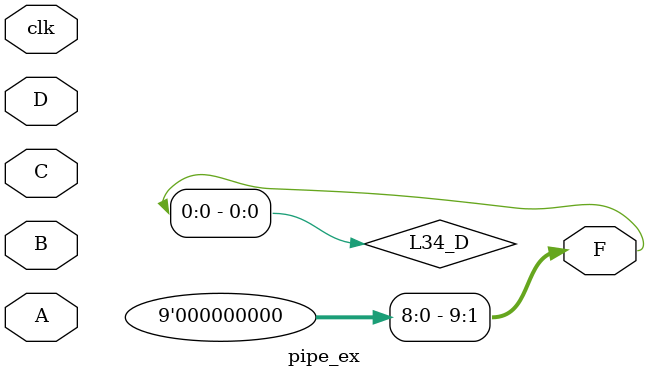
<source format=v>
module pipe_ex (F, A, B, C, D, clk);

  parameter N = 10;
 
  input [N-1:0] A, B, C, D;
  input clk;
  output [N-1:0] F;
  reg [N-1:0] L12_x1, L12_x2, L12_D, L23_x3, L23_D, L34_F;

  assign F = L34_D;

  always @ (posedge clk)
    begin
      L12_x1 <= #4 A + B;
      L12_x2 <= #4 C - D;
      L12_D <= D;      //**stage1**

     L23_x3 <= #4 L12_x1 + L12+x2;
     L23_D <= L12_D;   //**stage2**
 
     L34_F <= #6 L23_x3 * L23_D;  //**stage3**
   end
endmodule
</source>
